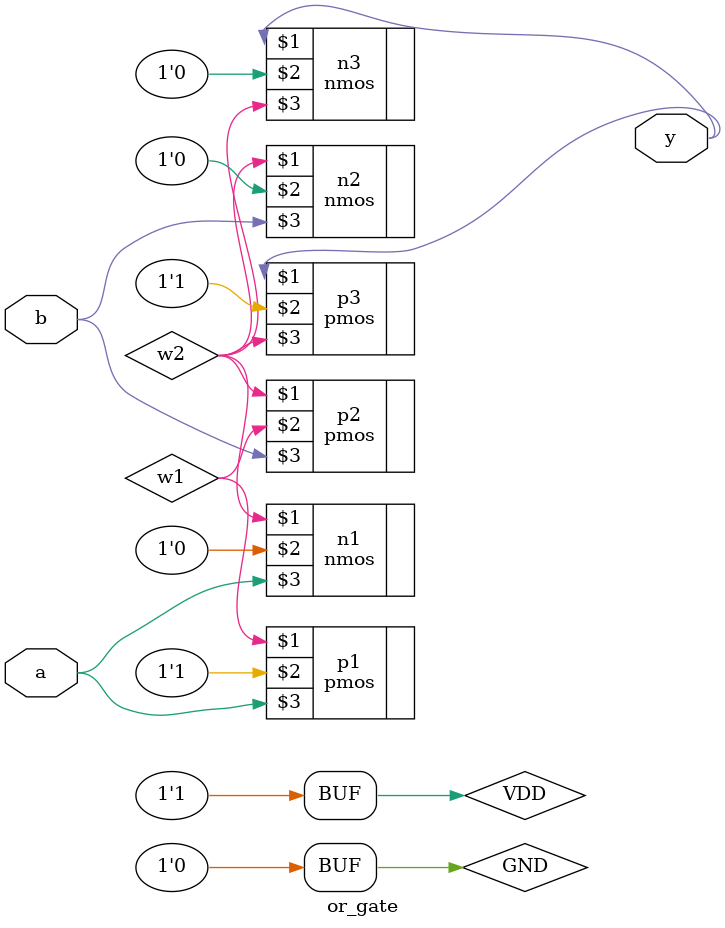
<source format=v>
module or_gate(a,b,y);

//DIrections

	input a;
	input b;
	output y;

//INTERNAL SIGNALS 
	wire w1;
	wire w2;
	supply1 VDD;
	supply0 GND;
	pmos p1(w1,VDD,a);
	pmos p2(w2, w1,b);
	pmos p3(y,VDD,w2);


	nmos n1(w2,GND,a); 
	nmos n2(w2,GND,b);
	nmos n3(y,GND,w2);
endmodule
</source>
